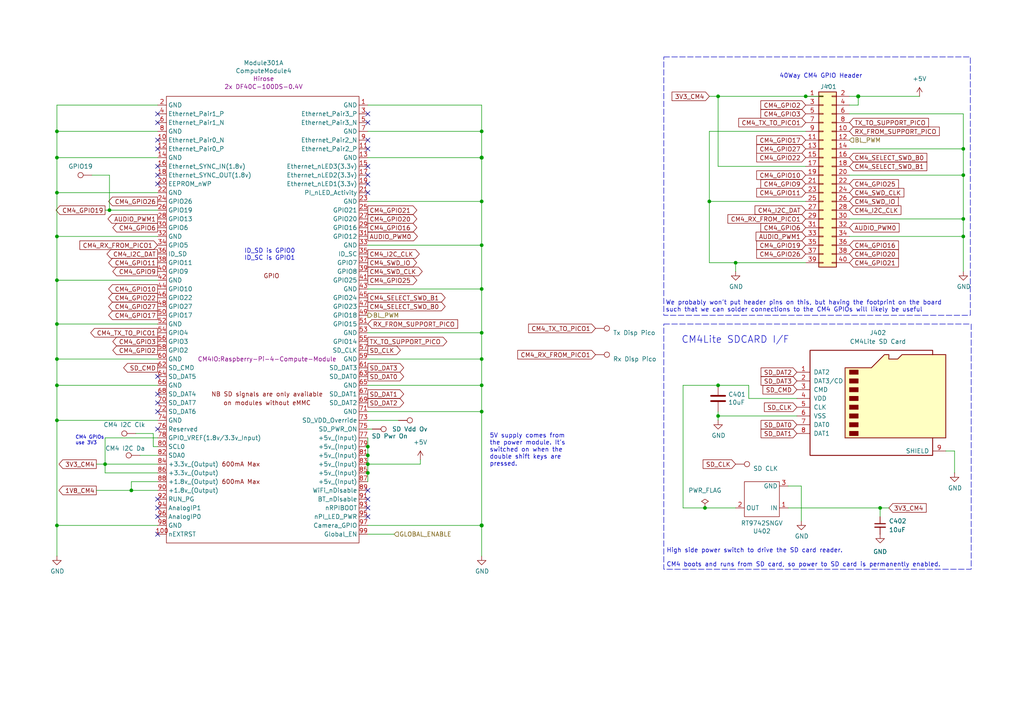
<source format=kicad_sch>
(kicad_sch (version 20231120) (generator "eeschema") (generator_version "8.0")
  (paper "A4")
  (title_block (title "Z88R - Z88 Recreated") (date "2024-08-23") (rev "20240823") (company "Fountain and Menadue"))
  (lib_symbols
    (symbol "CM4IO:ComputeModule4-CM4"
      (property "Reference" "Module" (at 113.03 -68.58 0))
      (property "Value" "ComputeModule4-CM4" (at 140.97 2.54 0))
      (property "Field4" "Hirose" (at 0 0 0))
      (property "Field5" "2x DF40C-100DS-0.4V" (at 0 -2.54 0))
      (symbol "ComputeModule4-CM4_1_0"
        (text "GPIO" (at 0 6.35 0) (effects (font (size 1.27 1.27))))
      )
      (symbol "ComputeModule4-CM4_1_1"
        (text "600mA Max" (at -8.89 -53.34 0) (effects (font (size 1.27 1.27))))
        (text "600mA Max" (at -8.89 -48.26 0) (effects (font (size 1.27 1.27))))
        (text "NB SD signals are only available" (at -1.27 -27.94 0) (effects (font (size 1.27 1.27))))
        (text "on modules without eMMC" (at -1.27 -30.48 0) (effects (font (size 1.27 1.27))))
        (pin power_in line (at 27.94 55.88 180) (length 2.54) (name "GND") (number "1"))
        (pin passive line (at -33.02 45.72 0) (length 2.54) (name "Ethernet_Pair0_N") (number "10"))
        (pin output line (at -33.02 -68.58 0) (length 2.54) (name "nEXTRST") (number "100"))
        (pin passive line (at 27.94 43.18 180) (length 2.54) (name "Ethernet_Pair2_P") (number "11"))
        (pin passive line (at -33.02 43.18 0) (length 2.54) (name "Ethernet_Pair0_P") (number "12"))
        (pin power_in line (at 27.94 40.64 180) (length 2.54) (name "GND") (number "13"))
        (pin power_in line (at -33.02 40.64 0) (length 2.54) (name "GND") (number "14"))
        (pin output line (at 27.94 38.1 180) (length 2.54) (name "Ethernet_nLED3(3.3v)") (number "15"))
        (pin input line (at -33.02 38.1 0) (length 2.54) (name "Ethernet_SYNC_IN(1.8v)") (number "16"))
        (pin output line (at 27.94 35.56 180) (length 2.54) (name "Ethernet_nLED2(3.3v)") (number "17"))
        (pin input line (at -33.02 35.56 0) (length 2.54) (name "Ethernet_SYNC_OUT(1.8v)") (number "18"))
        (pin output line (at 27.94 33.02 180) (length 2.54) (name "Ethernet_nLED1(3.3v)") (number "19"))
        (pin power_in line (at -33.02 55.88 0) (length 2.54) (name "GND") (number "2"))
        (pin passive line (at -33.02 33.02 0) (length 2.54) (name "EEPROM_nWP") (number "20"))
        (pin open_collector line (at 27.94 30.48 180) (length 2.54) (name "PI_nLED_Activity") (number "21"))
        (pin power_in line (at -33.02 30.48 0) (length 2.54) (name "GND") (number "22"))
        (pin power_in line (at 27.94 27.94 180) (length 2.54) (name "GND") (number "23"))
        (pin passive line (at -33.02 27.94 0) (length 2.54) (name "GPIO26") (number "24"))
        (pin passive line (at 27.94 25.4 180) (length 2.54) (name "GPIO21") (number "25"))
        (pin passive line (at -33.02 25.4 0) (length 2.54) (name "GPIO19") (number "26"))
        (pin passive line (at 27.94 22.86 180) (length 2.54) (name "GPIO20") (number "27"))
        (pin passive line (at -33.02 22.86 0) (length 2.54) (name "GPIO13") (number "28"))
        (pin passive line (at 27.94 20.32 180) (length 2.54) (name "GPIO16") (number "29"))
        (pin passive line (at 27.94 53.34 180) (length 2.54) (name "Ethernet_Pair3_P") (number "3"))
        (pin passive line (at -33.02 20.32 0) (length 2.54) (name "GPIO6") (number "30"))
        (pin passive line (at 27.94 17.78 180) (length 2.54) (name "GPIO12") (number "31"))
        (pin power_in line (at -33.02 17.78 0) (length 2.54) (name "GND") (number "32"))
        (pin power_in line (at 27.94 15.24 180) (length 2.54) (name "GND") (number "33"))
        (pin passive line (at -33.02 15.24 0) (length 2.54) (name "GPIO5") (number "34"))
        (pin passive line (at 27.94 12.7 180) (length 2.54) (name "ID_SC") (number "35"))
        (pin passive line (at -33.02 12.7 0) (length 2.54) (name "ID_SD") (number "36"))
        (pin passive line (at 27.94 10.16 180) (length 2.54) (name "GPIO7") (number "37"))
        (pin passive line (at -33.02 10.16 0) (length 2.54) (name "GPIO11") (number "38"))
        (pin passive line (at 27.94 7.62 180) (length 2.54) (name "GPIO8") (number "39"))
        (pin passive line (at -33.02 53.34 0) (length 2.54) (name "Ethernet_Pair1_P") (number "4"))
        (pin passive line (at -33.02 7.62 0) (length 2.54) (name "GPIO9") (number "40"))
        (pin passive line (at 27.94 5.08 180) (length 2.54) (name "GPIO25") (number "41"))
        (pin power_in line (at -33.02 5.08 0) (length 2.54) (name "GND") (number "42"))
        (pin power_in line (at 27.94 2.54 180) (length 2.54) (name "GND") (number "43"))
        (pin passive line (at -33.02 2.54 0) (length 2.54) (name "GPIO10") (number "44"))
        (pin passive line (at 27.94 0 180) (length 2.54) (name "GPIO24") (number "45"))
        (pin passive line (at -33.02 0 0) (length 2.54) (name "GPIO22") (number "46"))
        (pin passive line (at 27.94 -2.54 180) (length 2.54) (name "GPIO23") (number "47"))
        (pin passive line (at -33.02 -2.54 0) (length 2.54) (name "GPIO27") (number "48"))
        (pin passive line (at 27.94 -5.08 180) (length 2.54) (name "GPIO18") (number "49"))
        (pin passive line (at 27.94 50.8 180) (length 2.54) (name "Ethernet_Pair3_N") (number "5"))
        (pin passive line (at -33.02 -5.08 0) (length 2.54) (name "GPIO17") (number "50"))
        (pin passive line (at 27.94 -7.62 180) (length 2.54) (name "GPIO15") (number "51"))
        (pin power_in line (at -33.02 -7.62 0) (length 2.54) (name "GND") (number "52"))
        (pin power_in line (at 27.94 -10.16 180) (length 2.54) (name "GND") (number "53"))
        (pin passive line (at -33.02 -10.16 0) (length 2.54) (name "GPIO4") (number "54"))
        (pin passive line (at 27.94 -12.7 180) (length 2.54) (name "GPIO14") (number "55"))
        (pin passive line (at -33.02 -12.7 0) (length 2.54) (name "GPIO3") (number "56"))
        (pin passive line (at 27.94 -15.24 180) (length 2.54) (name "SD_CLK") (number "57"))
        (pin passive line (at -33.02 -15.24 0) (length 2.54) (name "GPIO2") (number "58"))
        (pin power_in line (at 27.94 -17.78 180) (length 2.54) (name "GND") (number "59"))
        (pin passive line (at -33.02 50.8 0) (length 2.54) (name "Ethernet_Pair1_N") (number "6"))
        (pin power_in line (at -33.02 -17.78 0) (length 2.54) (name "GND") (number "60"))
        (pin passive line (at 27.94 -20.32 180) (length 2.54) (name "SD_DAT3") (number "61"))
        (pin passive line (at -33.02 -20.32 0) (length 2.54) (name "SD_CMD") (number "62"))
        (pin passive line (at 27.94 -22.86 180) (length 2.54) (name "SD_DAT0") (number "63"))
        (pin passive line (at -33.02 -22.86 0) (length 2.54) (name "SD_DAT5") (number "64"))
        (pin power_in line (at 27.94 -25.4 180) (length 2.54) (name "GND") (number "65"))
        (pin power_in line (at -33.02 -25.4 0) (length 2.54) (name "GND") (number "66"))
        (pin passive line (at 27.94 -27.94 180) (length 2.54) (name "SD_DAT1") (number "67"))
        (pin passive line (at -33.02 -27.94 0) (length 2.54) (name "SD_DAT4") (number "68"))
        (pin passive line (at 27.94 -30.48 180) (length 2.54) (name "SD_DAT2") (number "69"))
        (pin power_in line (at 27.94 48.26 180) (length 2.54) (name "GND") (number "7"))
        (pin passive line (at -33.02 -30.48 0) (length 2.54) (name "SD_DAT7") (number "70"))
        (pin power_in line (at 27.94 -33.02 180) (length 2.54) (name "GND") (number "71"))
        (pin passive line (at -33.02 -33.02 0) (length 2.54) (name "SD_DAT6") (number "72"))
        (pin input line (at 27.94 -35.56 180) (length 2.54) (name "SD_VDD_Override") (number "73"))
        (pin power_in line (at -33.02 -35.56 0) (length 2.54) (name "GND") (number "74"))
        (pin output line (at 27.94 -38.1 180) (length 2.54) (name "SD_PWR_ON") (number "75"))
        (pin passive line (at -33.02 -38.1 0) (length 2.54) (name "Reserved") (number "76"))
        (pin power_in line (at 27.94 -40.64 180) (length 2.54) (name "+5v_(Input)") (number "77"))
        (pin power_in line (at -33.02 -40.64 0) (length 2.54) (name "GPIO_VREF(1.8v/3.3v_Input)") (number "78"))
        (pin power_in line (at 27.94 -43.18 180) (length 2.54) (name "+5v_(Input)") (number "79"))
        (pin power_in line (at -33.02 48.26 0) (length 2.54) (name "GND") (number "8"))
        (pin passive line (at -33.02 -43.18 0) (length 2.54) (name "SCL0") (number "80"))
        (pin power_in line (at 27.94 -45.72 180) (length 2.54) (name "+5v_(Input)") (number "81"))
        (pin passive line (at -33.02 -45.72 0) (length 2.54) (name "SDA0") (number "82"))
        (pin power_in line (at 27.94 -48.26 180) (length 2.54) (name "+5v_(Input)") (number "83"))
        (pin power_out line (at -33.02 -48.26 0) (length 2.54) (name "+3.3v_(Output)") (number "84"))
        (pin power_in line (at 27.94 -50.8 180) (length 2.54) (name "+5v_(Input)") (number "85"))
        (pin power_out line (at -33.02 -50.8 0) (length 2.54) (name "+3.3v_(Output)") (number "86"))
        (pin power_in line (at 27.94 -53.34 180) (length 2.54) (name "+5v_(Input)") (number "87"))
        (pin power_out line (at -33.02 -53.34 0) (length 2.54) (name "+1.8v_(Output)") (number "88"))
        (pin power_in line (at 27.94 -55.88 180) (length 2.54) (name "WiFi_nDisable") (number "89"))
        (pin passive line (at 27.94 45.72 180) (length 2.54) (name "Ethernet_Pair2_N") (number "9"))
        (pin power_out line (at -33.02 -55.88 0) (length 2.54) (name "+1.8v_(Output)") (number "90"))
        (pin power_in line (at 27.94 -58.42 180) (length 2.54) (name "BT_nDisable") (number "91"))
        (pin passive line (at -33.02 -58.42 0) (length 2.54) (name "RUN_PG") (number "92"))
        (pin input line (at 27.94 -60.96 180) (length 2.54) (name "nRPIBOOT") (number "93"))
        (pin passive line (at -33.02 -60.96 0) (length 2.54) (name "AnalogIP1") (number "94"))
        (pin output line (at 27.94 -63.5 180) (length 2.54) (name "nPI_LED_PWR") (number "95"))
        (pin passive line (at -33.02 -63.5 0) (length 2.54) (name "AnalogIP0") (number "96"))
        (pin passive line (at 27.94 -66.04 180) (length 2.54) (name "Camera_GPIO") (number "97"))
        (pin power_in line (at -33.02 -66.04 0) (length 2.54) (name "GND") (number "98"))
        (pin input line (at 27.94 -68.58 180) (length 2.54) (name "Global_EN") (number "99"))
      )
      (symbol "ComputeModule4-CM4_2_1"
        (text "High Speed Serial" (at 140.97 0 0) (effects (font (size 1.27 1.27))))
        (pin input line (at 170.18 60.96 180) (length 5.08) (name "USB_OTG_ID") (number "101"))
        (pin input line (at 109.22 60.96 0) (length 5.08) (name "PCIe_CLK_nREQ") (number "102"))
        (pin passive line (at 170.18 58.42 180) (length 5.08) (name "USB2_N") (number "103"))
        (pin passive line (at 109.22 58.42 0) (length 5.08) (name "Reserved") (number "104"))
        (pin passive line (at 170.18 55.88 180) (length 5.08) (name "USB2_P") (number "105"))
        (pin passive line (at 109.22 55.88 0) (length 5.08) (name "Reserved") (number "106"))
        (pin power_in line (at 170.18 53.34 180) (length 5.08) (name "GND") (number "107"))
        (pin power_in line (at 109.22 53.34 0) (length 5.08) (name "GND") (number "108"))
        (pin bidirectional line (at 170.18 50.8 180) (length 5.08) (name "PCIe_nRST") (number "109"))
        (pin output line (at 109.22 50.8 0) (length 5.08) (name "PCIe_CLK_P") (number "110"))
        (pin passive line (at 170.18 48.26 180) (length 5.08) (name "VDAC_COMP") (number "111"))
        (pin output line (at 109.22 48.26 0) (length 5.08) (name "PCIe_CLK_N") (number "112"))
        (pin power_in line (at 170.18 45.72 180) (length 5.08) (name "GND") (number "113"))
        (pin power_in line (at 109.22 45.72 0) (length 5.08) (name "GND") (number "114"))
        (pin input line (at 170.18 43.18 180) (length 5.08) (name "CAM1_D0_N") (number "115"))
        (pin input line (at 109.22 43.18 0) (length 5.08) (name "PCIe_RX_P") (number "116"))
        (pin input line (at 170.18 40.64 180) (length 5.08) (name "CAM1_D0_P") (number "117"))
        (pin input line (at 109.22 40.64 0) (length 5.08) (name "PCIe_RX_N") (number "118"))
        (pin power_in line (at 170.18 38.1 180) (length 5.08) (name "GND") (number "119"))
        (pin power_in line (at 109.22 38.1 0) (length 5.08) (name "GND") (number "120"))
        (pin input line (at 170.18 35.56 180) (length 5.08) (name "CAM1_D1_N") (number "121"))
        (pin output line (at 109.22 35.56 0) (length 5.08) (name "PCIe_TX_P") (number "122"))
        (pin input line (at 170.18 33.02 180) (length 5.08) (name "CAM1_D1_P") (number "123"))
        (pin output line (at 109.22 33.02 0) (length 5.08) (name "PCIe_TX_N") (number "124"))
        (pin power_in line (at 170.18 30.48 180) (length 5.08) (name "GND") (number "125"))
        (pin power_in line (at 109.22 30.48 0) (length 5.08) (name "GND") (number "126"))
        (pin input line (at 170.18 27.94 180) (length 5.08) (name "CAM1_C_N") (number "127"))
        (pin input line (at 109.22 27.94 0) (length 5.08) (name "CAM0_D0_N") (number "128"))
        (pin input line (at 170.18 25.4 180) (length 5.08) (name "CAM1_C_P") (number "129"))
        (pin input line (at 109.22 25.4 0) (length 5.08) (name "CAM0_D0_P") (number "130"))
        (pin power_in line (at 170.18 22.86 180) (length 5.08) (name "GND") (number "131"))
        (pin power_in line (at 109.22 22.86 0) (length 5.08) (name "GND") (number "132"))
        (pin input line (at 170.18 20.32 180) (length 5.08) (name "CAM1_D2_N") (number "133"))
        (pin input line (at 109.22 20.32 0) (length 5.08) (name "CAM0_D1_N") (number "134"))
        (pin input line (at 170.18 17.78 180) (length 5.08) (name "CAM1_D2_P") (number "135"))
        (pin input line (at 109.22 17.78 0) (length 5.08) (name "CAM0_D1_P") (number "136"))
        (pin power_in line (at 170.18 15.24 180) (length 5.08) (name "GND") (number "137"))
        (pin power_in line (at 109.22 15.24 0) (length 5.08) (name "GND") (number "138"))
        (pin input line (at 170.18 12.7 180) (length 5.08) (name "CAM1_D3_N") (number "139"))
        (pin input line (at 109.22 12.7 0) (length 5.08) (name "CAM0_C_N") (number "140"))
        (pin input line (at 170.18 10.16 180) (length 5.08) (name "CAM1_D3_P") (number "141"))
        (pin input line (at 109.22 10.16 0) (length 5.08) (name "CAM0_C_P") (number "142"))
        (pin input line (at 170.18 7.62 180) (length 5.08) (name "HDMI1_HOTPLUG") (number "143"))
        (pin power_in line (at 109.22 7.62 0) (length 5.08) (name "GND") (number "144"))
        (pin bidirectional line (at 170.18 5.08 180) (length 5.08) (name "HDMI1_SDA") (number "145"))
        (pin output line (at 109.22 5.08 0) (length 5.08) (name "HDMI1_TX2_P") (number "146"))
        (pin open_collector line (at 170.18 2.54 180) (length 5.08) (name "HDMI1_SCL") (number "147"))
        (pin output line (at 109.22 2.54 0) (length 5.08) (name "HDMI1_TX2_N") (number "148"))
        (pin open_collector line (at 170.18 0 180) (length 5.08) (name "HDMI1_CEC") (number "149"))
        (pin power_in line (at 109.22 0 0) (length 5.08) (name "GND") (number "150"))
        (pin open_collector line (at 170.18 -2.54 180) (length 5.08) (name "HDMI0_CEC") (number "151"))
        (pin output line (at 109.22 -2.54 0) (length 5.08) (name "HDMI1_TX1_P") (number "152"))
        (pin input line (at 170.18 -5.08 180) (length 5.08) (name "HDMI0_HOTPLUG") (number "153"))
        (pin output line (at 109.22 -5.08 0) (length 5.08) (name "HDMI1_TX1_N") (number "154"))
        (pin power_in line (at 170.18 -7.62 180) (length 5.08) (name "GND") (number "155"))
        (pin power_in line (at 109.22 -7.62 0) (length 5.08) (name "GND") (number "156"))
        (pin output line (at 170.18 -10.16 180) (length 5.08) (name "DSI0_D0_N") (number "157"))
        (pin output line (at 109.22 -10.16 0) (length 5.08) (name "HDMI1_TX0_P") (number "158"))
        (pin output line (at 170.18 -12.7 180) (length 5.08) (name "DSI0_D0_P") (number "159"))
        (pin output line (at 109.22 -12.7 0) (length 5.08) (name "HDMI1_TX0_N") (number "160"))
        (pin power_in line (at 170.18 -15.24 180) (length 5.08) (name "GND") (number "161"))
        (pin power_in line (at 109.22 -15.24 0) (length 5.08) (name "GND") (number "162"))
        (pin output line (at 170.18 -17.78 180) (length 5.08) (name "DSI0_D1_N") (number "163"))
        (pin output line (at 109.22 -17.78 0) (length 5.08) (name "HDMI1_CLK_P") (number "164"))
        (pin output line (at 170.18 -20.32 180) (length 5.08) (name "DSI0_D1_P") (number "165"))
        (pin output line (at 109.22 -20.32 0) (length 5.08) (name "HDMI1_CLK_N") (number "166"))
        (pin power_in line (at 170.18 -22.86 180) (length 5.08) (name "GND") (number "167"))
        (pin power_in line (at 109.22 -22.86 0) (length 5.08) (name "GND") (number "168"))
        (pin output line (at 170.18 -25.4 180) (length 5.08) (name "DSI0_C_N") (number "169"))
        (pin output line (at 109.22 -25.4 0) (length 5.08) (name "HDMI0_TX2_P") (number "170"))
        (pin output line (at 170.18 -27.94 180) (length 5.08) (name "DSI0_C_P") (number "171"))
        (pin output line (at 109.22 -27.94 0) (length 5.08) (name "HDMI0_TX2_N") (number "172"))
        (pin power_in line (at 170.18 -30.48 180) (length 5.08) (name "GND") (number "173"))
        (pin power_in line (at 109.22 -30.48 0) (length 5.08) (name "GND") (number "174"))
        (pin output line (at 170.18 -33.02 180) (length 5.08) (name "DSI1_D0_N") (number "175"))
        (pin output line (at 109.22 -33.02 0) (length 5.08) (name "HDMI0_TX1_P") (number "176"))
        (pin output line (at 170.18 -35.56 180) (length 5.08) (name "DSI1_D0_P") (number "177"))
        (pin output line (at 109.22 -35.56 0) (length 5.08) (name "HDMI0_TX1_N") (number "178"))
        (pin power_in line (at 170.18 -38.1 180) (length 5.08) (name "GND") (number "179"))
        (pin power_in line (at 109.22 -38.1 0) (length 5.08) (name "GND") (number "180"))
        (pin output line (at 170.18 -40.64 180) (length 5.08) (name "DSI1_D1_N") (number "181"))
        (pin output line (at 109.22 -40.64 0) (length 5.08) (name "HDMI0_TX0_P") (number "182"))
        (pin output line (at 170.18 -43.18 180) (length 5.08) (name "DSI1_D1_P") (number "183"))
        (pin output line (at 109.22 -43.18 0) (length 5.08) (name "HDMI0_TX0_N") (number "184"))
        (pin power_in line (at 170.18 -45.72 180) (length 5.08) (name "GND") (number "185"))
        (pin power_in line (at 109.22 -45.72 0) (length 5.08) (name "GND") (number "186"))
        (pin output line (at 170.18 -48.26 180) (length 5.08) (name "DSI1_C_N") (number "187"))
        (pin output line (at 109.22 -48.26 0) (length 5.08) (name "HDMI0_CLK_P") (number "188"))
        (pin output line (at 170.18 -50.8 180) (length 5.08) (name "DSI1_C_P") (number "189"))
        (pin output line (at 109.22 -50.8 0) (length 5.08) (name "HDMI0_CLK_N") (number "190"))
        (pin power_in line (at 170.18 -53.34 180) (length 5.08) (name "GND") (number "191"))
        (pin power_in line (at 109.22 -53.34 0) (length 5.08) (name "GND") (number "192"))
        (pin output line (at 170.18 -55.88 180) (length 5.08) (name "DSI1_D2_N") (number "193"))
        (pin output line (at 109.22 -55.88 0) (length 5.08) (name "DSI1_D3_N") (number "194"))
        (pin output line (at 170.18 -58.42 180) (length 5.08) (name "DSI1_D2_P") (number "195"))
        (pin output line (at 109.22 -58.42 0) (length 5.08) (name "DSI1_D3_P") (number "196"))
        (pin power_in line (at 170.18 -60.96 180) (length 5.08) (name "GND") (number "197"))
        (pin power_in line (at 109.22 -60.96 0) (length 5.08) (name "GND") (number "198"))
        (pin bidirectional line (at 170.18 -63.5 180) (length 5.08) (name "HDMI0_SDA") (number "199"))
        (pin open_collector line (at 109.22 -63.5 0) (length 5.08) (name "HDMI0_SCL") (number "200"))
      )
    )
    (symbol "CM4IO:RT9742SNGV"
      (property "Reference" "U" (at -2.54 7.62 0))
      (property "Value" "RT9742SNGV" (at 3.81 -5.08 0))
      (symbol "RT9742SNGV_1_1"
        (pin power_in line (at -5.08 3.81 0) (length 2.54) (name "IN") (number "1"))
        (pin power_in line (at 10.16 3.81 180) (length 2.54) (name "OUT") (number "2"))
        (pin power_in line (at -5.08 -2.54 0) (length 2.54) (name "GND") (number "3"))
      )
    )
    (symbol "Connector:Micro_SD_Card" (pin_names (offset 1.016))
      (property "Reference" "J" (at -16.51 15.24 0))
      (property "Value" "Micro_SD_Card" (at 16.51 15.24 0))
      (symbol "Micro_SD_Card_1_1"
        (pin bidirectional line (at -22.86 7.62 0) (length 3.81) (name "DAT2") (number "1"))
        (pin bidirectional line (at -22.86 5.08 0) (length 3.81) (name "DAT3/CD") (number "2"))
        (pin input line (at -22.86 2.54 0) (length 3.81) (name "CMD") (number "3"))
        (pin power_in line (at -22.86 0 0) (length 3.81) (name "VDD") (number "4"))
        (pin input line (at -22.86 -2.54 0) (length 3.81) (name "CLK") (number "5"))
        (pin power_in line (at -22.86 -5.08 0) (length 3.81) (name "VSS") (number "6"))
        (pin bidirectional line (at -22.86 -7.62 0) (length 3.81) (name "DAT0") (number "7"))
        (pin bidirectional line (at -22.86 -10.16 0) (length 3.81) (name "DAT1") (number "8"))
        (pin passive line (at 20.32 -15.24 180) (length 3.81) (name "SHIELD") (number "9"))
      )
    )
    (symbol "Connector:TestPoint" (pin_numbers hide) (pin_names (offset 0.762) hide)
      (property "Reference" "TP" (at 0 6.858 0))
      (property "Value" "TestPoint" (at 0 5.08 0))
      (symbol "TestPoint_1_1"
        (pin passive line (at 0 0 90) (length 2.54) (name "1") (number "1"))
      )
    )
    (symbol "Connector_Generic:Conn_02x20_Odd_Even" (pin_names (offset 1.016) hide)
      (property "Reference" "J" (at 1.27 25.4 0))
      (property "Value" "Conn_02x20_Odd_Even" (at 1.27 -27.94 0))
      (symbol "Conn_02x20_Odd_Even_1_1"
        (pin passive line (at -5.08 22.86 0) (length 3.81) (name "Pin_1") (number "1"))
        (pin passive line (at 7.62 12.7 180) (length 3.81) (name "Pin_10") (number "10"))
        (pin passive line (at -5.08 10.16 0) (length 3.81) (name "Pin_11") (number "11"))
        (pin passive line (at 7.62 10.16 180) (length 3.81) (name "Pin_12") (number "12"))
        (pin passive line (at -5.08 7.62 0) (length 3.81) (name "Pin_13") (number "13"))
        (pin passive line (at 7.62 7.62 180) (length 3.81) (name "Pin_14") (number "14"))
        (pin passive line (at -5.08 5.08 0) (length 3.81) (name "Pin_15") (number "15"))
        (pin passive line (at 7.62 5.08 180) (length 3.81) (name "Pin_16") (number "16"))
        (pin passive line (at -5.08 2.54 0) (length 3.81) (name "Pin_17") (number "17"))
        (pin passive line (at 7.62 2.54 180) (length 3.81) (name "Pin_18") (number "18"))
        (pin passive line (at -5.08 0 0) (length 3.81) (name "Pin_19") (number "19"))
        (pin passive line (at 7.62 22.86 180) (length 3.81) (name "Pin_2") (number "2"))
        (pin passive line (at 7.62 0 180) (length 3.81) (name "Pin_20") (number "20"))
        (pin passive line (at -5.08 -2.54 0) (length 3.81) (name "Pin_21") (number "21"))
        (pin passive line (at 7.62 -2.54 180) (length 3.81) (name "Pin_22") (number "22"))
        (pin passive line (at -5.08 -5.08 0) (length 3.81) (name "Pin_23") (number "23"))
        (pin passive line (at 7.62 -5.08 180) (length 3.81) (name "Pin_24") (number "24"))
        (pin passive line (at -5.08 -7.62 0) (length 3.81) (name "Pin_25") (number "25"))
        (pin passive line (at 7.62 -7.62 180) (length 3.81) (name "Pin_26") (number "26"))
        (pin passive line (at -5.08 -10.16 0) (length 3.81) (name "Pin_27") (number "27"))
        (pin passive line (at 7.62 -10.16 180) (length 3.81) (name "Pin_28") (number "28"))
        (pin passive line (at -5.08 -12.7 0) (length 3.81) (name "Pin_29") (number "29"))
        (pin passive line (at -5.08 20.32 0) (length 3.81) (name "Pin_3") (number "3"))
        (pin passive line (at 7.62 -12.7 180) (length 3.81) (name "Pin_30") (number "30"))
        (pin passive line (at -5.08 -15.24 0) (length 3.81) (name "Pin_31") (number "31"))
        (pin passive line (at 7.62 -15.24 180) (length 3.81) (name "Pin_32") (number "32"))
        (pin passive line (at -5.08 -17.78 0) (length 3.81) (name "Pin_33") (number "33"))
        (pin passive line (at 7.62 -17.78 180) (length 3.81) (name "Pin_34") (number "34"))
        (pin passive line (at -5.08 -20.32 0) (length 3.81) (name "Pin_35") (number "35"))
        (pin passive line (at 7.62 -20.32 180) (length 3.81) (name "Pin_36") (number "36"))
        (pin passive line (at -5.08 -22.86 0) (length 3.81) (name "Pin_37") (number "37"))
        (pin passive line (at 7.62 -22.86 180) (length 3.81) (name "Pin_38") (number "38"))
        (pin passive line (at -5.08 -25.4 0) (length 3.81) (name "Pin_39") (number "39"))
        (pin passive line (at 7.62 20.32 180) (length 3.81) (name "Pin_4") (number "4"))
        (pin passive line (at 7.62 -25.4 180) (length 3.81) (name "Pin_40") (number "40"))
        (pin passive line (at -5.08 17.78 0) (length 3.81) (name "Pin_5") (number "5"))
        (pin passive line (at 7.62 17.78 180) (length 3.81) (name "Pin_6") (number "6"))
        (pin passive line (at -5.08 15.24 0) (length 3.81) (name "Pin_7") (number "7"))
        (pin passive line (at 7.62 15.24 180) (length 3.81) (name "Pin_8") (number "8"))
        (pin passive line (at -5.08 12.7 0) (length 3.81) (name "Pin_9") (number "9"))
      )
    )
    (symbol "Device:C" (pin_numbers hide) (pin_names (offset 0.254))
      (property "Reference" "C" (at 0.635 2.54 0))
      (property "Value" "C" (at 0.635 -2.54 0))
      (symbol "C_1_1"
        (pin passive line (at 0 3.81 270) (length 2.794) (name "~") (number "1"))
        (pin passive line (at 0 -3.81 90) (length 2.794) (name "~") (number "2"))
      )
    )
    (symbol "Device:C_Small" (pin_numbers hide) (pin_names (offset 0.254) hide)
      (property "Reference" "C" (at 0.254 1.778 0))
      (property "Value" "C_Small" (at 0.254 -2.032 0))
      (symbol "C_Small_1_1"
        (pin passive line (at 0 2.54 270) (length 2.032) (name "~") (number "1"))
        (pin passive line (at 0 -2.54 90) (length 2.032) (name "~") (number "2"))
      )
    )
    (symbol "power:+5V" (power) (pin_numbers hide) (pin_names (offset 0) hide)
      (property "Value" "+5V" (at 0 3.556 0))
      (symbol "+5V_1_1"
        (pin power_in line (at 0 0 90) (length 0) (name "~") (number "1"))
      )
    )
    (symbol "power:GND" (power) (pin_numbers hide) (pin_names (offset 0) hide)
      (property "Value" "GND" (at 0 -3.81 0))
      (symbol "GND_1_1"
        (pin power_in line (at 0 0 270) (length 0) (name "~") (number "1"))
      )
    )
    (symbol "power:PWR_FLAG" (power) (pin_numbers hide) (pin_names (offset 0) hide)
      (property "Value" "PWR_FLAG" (at 0 3.81 0))
      (symbol "PWR_FLAG_0_0"
        (pin power_out line (at 0 0 90) (length 0) (name "~") (number "1"))
      )
    )
  )
  (junction (at 139.7 45.72) (diameter 1.016))
  (junction (at 16.51 104.14))
  (junction (at 16.51 55.88))
  (junction (at 279.4 63.5))
  (junction (at 205.74 58.42))
  (junction (at 16.51 111.76))
  (junction (at 31.75 60.96))
  (junction (at 139.7 111.76))
  (junction (at 204.47 147.32))
  (junction (at 16.51 68.58))
  (junction (at 106.68 137.16))
  (junction (at 16.51 45.72))
  (junction (at 106.68 132.08))
  (junction (at 213.36 76.2))
  (junction (at 16.51 93.98))
  (junction (at 208.28 111.76))
  (junction (at 30.48 134.62))
  (junction (at 139.7 119.38))
  (junction (at 208.28 27.94))
  (junction (at 139.7 96.52))
  (junction (at 16.51 152.4))
  (junction (at 208.28 120.65))
  (junction (at 248.92 27.94) (diameter 1.016))
  (junction (at 38.1 142.24))
  (junction (at 139.7 58.42))
  (junction (at 106.68 134.62))
  (junction (at 279.4 43.18))
  (junction (at 233.68 27.94))
  (junction (at 139.7 38.1))
  (junction (at 139.7 71.12))
  (junction (at 16.51 121.92))
  (junction (at 255.27 147.32))
  (junction (at 106.68 129.54))
  (junction (at 139.7 152.4) (diameter 1.016))
  (junction (at 16.51 38.1))
  (junction (at 139.7 83.82))
  (junction (at 139.7 104.14))
  (junction (at 16.51 81.28))
  (junction (at 279.4 50.8))
  (junction (at 279.4 68.58))
  (no_connect (at 106.68 53.34))
  (no_connect (at 45.72 48.26))
  (no_connect (at 106.68 48.26))
  (no_connect (at 106.68 35.56))
  (no_connect (at 45.72 154.94))
  (no_connect (at 45.72 119.38))
  (no_connect (at 106.68 40.64))
  (no_connect (at 45.72 33.02))
  (no_connect (at 45.72 147.32))
  (no_connect (at 106.68 144.78))
  (no_connect (at 106.68 43.18))
  (no_connect (at 106.68 50.8))
  (no_connect (at 45.72 124.46))
  (no_connect (at 45.72 149.86))
  (no_connect (at 45.72 109.22))
  (no_connect (at 106.68 142.24))
  (no_connect (at 45.72 114.3))
  (no_connect (at 45.72 116.84))
  (no_connect (at 106.68 147.32))
  (no_connect (at 45.72 50.8))
  (no_connect (at 45.72 40.64))
  (no_connect (at 45.72 53.34))
  (no_connect (at 45.72 43.18))
  (no_connect (at 106.68 149.86))
  (no_connect (at 106.68 33.02))
  (no_connect (at 45.72 144.78))
  (no_connect (at 106.68 55.88))
  (no_connect (at 45.72 35.56))
  (wire (pts (xy 16.51 30.48) (xy 16.51 38.1)))
  (wire (pts (xy 106.68 137.16) (xy 106.68 139.7)))
  (wire (pts (xy 198.12 147.32) (xy 204.47 147.32)))
  (wire (pts (xy 30.48 137.16) (xy 30.48 134.62)))
  (wire (pts (xy 16.51 38.1) (xy 16.51 45.72)))
  (wire (pts (xy 208.28 111.76) (xy 217.17 111.76)))
  (wire (pts (xy 279.4 43.18) (xy 279.4 50.8)))
  (wire (pts (xy 205.74 76.2) (xy 213.36 76.2)))
  (wire (pts (xy 45.72 139.7) (xy 38.1 139.7)))
  (wire (pts (xy 213.36 76.2) (xy 233.68 76.2)))
  (wire (pts (xy 16.51 81.28) (xy 16.51 93.98)))
  (wire (pts (xy 121.92 134.62) (xy 121.92 133.35)))
  (wire (pts (xy 204.47 147.32) (xy 213.36 147.32)))
  (wire (pts (xy 205.74 58.42) (xy 233.68 58.42)))
  (wire (pts (xy 106.68 134.62) (xy 106.68 137.16)))
  (wire (pts (xy 208.28 27.94) (xy 233.68 27.94)))
  (wire (pts (xy 228.6 140.97) (xy 232.41 140.97)))
  (wire (pts (xy 16.51 38.1) (xy 45.72 38.1)))
  (wire (pts (xy 31.75 50.8) (xy 31.75 60.96)))
  (wire (pts (xy 106.68 154.94) (xy 114.3 154.94)))
  (wire (pts (xy 16.51 55.88) (xy 45.72 55.88)))
  (wire (pts (xy 38.1 142.24) (xy 45.72 142.24)))
  (wire (pts (xy 208.28 119.38) (xy 208.28 120.65)))
  (wire (pts (xy 106.68 129.54) (xy 106.68 132.08)))
  (wire (pts (xy 27.94 134.62) (xy 30.48 134.62)))
  (wire (pts (xy 139.7 152.4) (xy 139.7 161.29)))
  (wire (pts (xy 208.28 120.65) (xy 231.14 120.65)))
  (wire (pts (xy 139.7 71.12) (xy 139.7 83.82)))
  (wire (pts (xy 16.51 152.4) (xy 16.51 161.29)))
  (wire (pts (xy 231.14 115.57) (xy 217.17 115.57)))
  (wire (pts (xy 16.51 55.88) (xy 16.51 68.58)))
  (wire (pts (xy 246.38 63.5) (xy 279.4 63.5)))
  (wire (pts (xy 16.51 111.76) (xy 16.51 121.92)))
  (wire (pts (xy 246.38 43.18) (xy 279.4 43.18)))
  (wire (pts (xy 26.67 50.8) (xy 31.75 50.8)))
  (wire (pts (xy 106.68 127) (xy 106.68 129.54)))
  (wire (pts (xy 106.68 134.62) (xy 121.92 134.62)))
  (wire (pts (xy 30.48 127) (xy 30.48 134.62)))
  (wire (pts (xy 228.6 147.32) (xy 255.27 147.32)))
  (wire (pts (xy 139.7 45.72) (xy 139.7 38.1)))
  (wire (pts (xy 233.68 38.1) (xy 205.74 38.1)))
  (wire (pts (xy 107.95 124.46) (xy 106.68 124.46)))
  (wire (pts (xy 106.68 58.42) (xy 139.7 58.42)))
  (wire (pts (xy 106.68 45.72) (xy 139.7 45.72)))
  (wire (pts (xy 45.72 127) (xy 30.48 127)))
  (wire (pts (xy 205.74 27.94) (xy 208.28 27.94)))
  (wire (pts (xy 139.7 45.72) (xy 139.7 58.42)))
  (wire (pts (xy 106.68 152.4) (xy 139.7 152.4)))
  (wire (pts (xy 16.51 81.28) (xy 45.72 81.28)))
  (wire (pts (xy 139.7 83.82) (xy 139.7 96.52)))
  (wire (pts (xy 106.68 111.76) (xy 139.7 111.76)))
  (wire (pts (xy 16.51 30.48) (xy 45.72 30.48)))
  (wire (pts (xy 255.27 149.86) (xy 255.27 147.32)))
  (wire (pts (xy 106.68 121.92) (xy 115.57 121.92)))
  (wire (pts (xy 208.28 27.94) (xy 208.28 48.26)))
  (wire (pts (xy 248.92 30.48) (xy 248.92 27.94)))
  (wire (pts (xy 39.37 125.73) (xy 44.45 125.73)))
  (wire (pts (xy 205.74 58.42) (xy 205.74 76.2)))
  (wire (pts (xy 106.68 104.14) (xy 139.7 104.14)))
  (wire (pts (xy 16.51 121.92) (xy 45.72 121.92)))
  (wire (pts (xy 205.74 38.1) (xy 205.74 58.42)))
  (wire (pts (xy 38.1 139.7) (xy 38.1 142.24)))
  (wire (pts (xy 139.7 119.38) (xy 139.7 152.4)))
  (wire (pts (xy 213.36 76.2) (xy 213.36 78.74)))
  (wire (pts (xy 16.51 111.76) (xy 45.72 111.76)))
  (wire (pts (xy 238.76 27.94) (xy 233.68 27.94)))
  (wire (pts (xy 208.28 48.26) (xy 233.68 48.26)))
  (wire (pts (xy 255.27 147.32) (xy 257.81 147.32)))
  (wire (pts (xy 106.68 119.38) (xy 139.7 119.38)))
  (wire (pts (xy 246.38 30.48) (xy 248.92 30.48)))
  (wire (pts (xy 16.51 45.72) (xy 16.51 55.88)))
  (wire (pts (xy 30.48 134.62) (xy 45.72 134.62)))
  (wire (pts (xy 246.38 50.8) (xy 279.4 50.8)))
  (wire (pts (xy 279.4 68.58) (xy 279.4 63.5)))
  (wire (pts (xy 106.68 30.48) (xy 139.7 30.48)))
  (wire (pts (xy 198.12 111.76) (xy 208.28 111.76)))
  (wire (pts (xy 208.28 120.65) (xy 208.28 121.92)))
  (wire (pts (xy 106.68 96.52) (xy 139.7 96.52)))
  (wire (pts (xy 16.51 68.58) (xy 45.72 68.58)))
  (wire (pts (xy 232.41 140.97) (xy 232.41 151.13)))
  (wire (pts (xy 16.51 104.14) (xy 16.51 111.76)))
  (wire (pts (xy 106.68 71.12) (xy 139.7 71.12)))
  (wire (pts (xy 31.75 60.96) (xy 45.72 60.96)))
  (wire (pts (xy 16.51 93.98) (xy 45.72 93.98)))
  (wire (pts (xy 30.48 60.96) (xy 31.75 60.96)))
  (wire (pts (xy 139.7 104.14) (xy 139.7 111.76)))
  (wire (pts (xy 279.4 33.02) (xy 279.4 43.18)))
  (wire (pts (xy 139.7 96.52) (xy 139.7 104.14)))
  (wire (pts (xy 139.7 58.42) (xy 139.7 71.12)))
  (wire (pts (xy 274.32 130.81) (xy 276.86 130.81)))
  (wire (pts (xy 139.7 30.48) (xy 139.7 38.1)))
  (wire (pts (xy 16.51 121.92) (xy 16.51 152.4)))
  (wire (pts (xy 246.38 27.94) (xy 248.92 27.94)))
  (wire (pts (xy 44.45 129.54) (xy 45.72 129.54)))
  (wire (pts (xy 106.68 83.82) (xy 139.7 83.82)))
  (wire (pts (xy 217.17 115.57) (xy 217.17 111.76)))
  (wire (pts (xy 106.68 38.1) (xy 139.7 38.1)))
  (wire (pts (xy 246.38 33.02) (xy 279.4 33.02)))
  (wire (pts (xy 16.51 93.98) (xy 16.51 104.14)))
  (wire (pts (xy 38.1 142.24) (xy 27.94 142.24)))
  (wire (pts (xy 16.51 68.58) (xy 16.51 81.28)))
  (wire (pts (xy 16.51 104.14) (xy 45.72 104.14)))
  (wire (pts (xy 45.72 137.16) (xy 30.48 137.16)))
  (wire (pts (xy 246.38 68.58) (xy 279.4 68.58)))
  (wire (pts (xy 279.4 63.5) (xy 279.4 50.8)))
  (wire (pts (xy 198.12 147.32) (xy 198.12 111.76)))
  (wire (pts (xy 139.7 111.76) (xy 139.7 119.38)))
  (wire (pts (xy 16.51 45.72) (xy 45.72 45.72)))
  (wire (pts (xy 279.4 68.58) (xy 279.4 78.74)))
  (wire (pts (xy 40.64 132.08) (xy 45.72 132.08)))
  (wire (pts (xy 16.51 152.4) (xy 45.72 152.4)))
  (wire (pts (xy 44.45 125.73) (xy 44.45 129.54)))
  (wire (pts (xy 248.92 27.94) (xy 266.7 27.94)))
  (wire (pts (xy 276.86 130.81) (xy 276.86 137.16)))
  (wire (pts (xy 106.68 132.08) (xy 106.68 134.62)))
  (rectangle (start 192.532 93.98) (end 281.686 165.1) (stroke (width 0) (type dash)))
  (rectangle (start 192.532 16.51) (end 281.432 91.44) (stroke (width 0) (type dash)))
  (text "CM4 GPIOs\nuse 3V3" (at 21.844 127.762 0) (effects (font (size 1 1)) (justify left)))
  (text "High side power switch to drive the SD card reader.\n\nCM4 boots and runs from SD card, so power to SD card is permanently enabled.\n" (at 193.294 161.798 0) (effects (font (size 1.27 1.27)) (justify left)))
  (text "CM4Lite SDCARD I/F" (at 197.612 99.822 0) (effects (font (size 2.007 2.007)) (justify left bottom)))
  (text "ID_SD is GPIO0\nID_SC is GPIO1" (at 70.866 73.914 0) (effects (font (size 1.27 1.27)) (justify left)))
  (text "5V supply comes from\nthe power module. It's\nswitched on when the\ndouble shift keys are\npressed." (at 141.986 130.556 0) (effects (font (size 1.27 1.27)) (justify left)))
  (text "40Way CM4 GPIO Header" (at 226.06 22.86 0) (effects (font (size 1.27 1.27)) (justify left bottom)))
  (text "We probably won't put header pins on this, but having the footprint on the board\nsuch that we can solder connections to the CM4 GPIOs will likely be useful" (at 193.04 88.9 0) (effects (font (size 1.27 1.27)) (justify left)))
  (global_label "CM4_SELECT_SWD_B0" (shape input) (at 246.38 45.72 0) (property "Intersheetrefs" "${INTERSHEET_REFS}" (effects (hide yes))))
  (global_label "CM4_GPIO19" (shape input) (at 233.68 71.12 180) (property "Intersheetrefs" "${INTERSHEET_REFS}" (effects (hide yes))))
  (global_label "CM4_SELECT_SWD_B1" (shape input) (at 246.38 48.26 0) (property "Intersheetrefs" "${INTERSHEET_REFS}" (effects (hide yes))))
  (global_label "SD_CMD" (shape output) (at 45.72 106.68 180) (property "Intersheetrefs" "${INTERSHEET_REFS}" (effects (hide yes))))
  (global_label "SD_DAT3" (shape input) (at 231.14 110.49 180) (property "Intersheetrefs" "${INTERSHEET_REFS}" (effects (hide yes))))
  (global_label "CM4_GPIO3" (shape input) (at 233.68 33.02 180) (property "Intersheetrefs" "${INTERSHEET_REFS}" (effects (hide yes))))
  (global_label "CM4_TX_TO_PICO1" (shape output) (at 45.72 96.52 180) (property "Intersheetrefs" "${INTERSHEET_REFS}" (effects (hide yes))))
  (global_label "AUDIO_PWM0" (shape output) (at 106.68 68.58 0) (property "Intersheetrefs" "${INTERSHEET_REFS}" (effects (hide yes))))
  (global_label "CM4_SWD_IO" (shape output) (at 106.68 76.2 0) (property "Intersheetrefs" "${INTERSHEET_REFS}" (effects (hide yes))))
  (global_label "RX_FROM_SUPPORT_PICO" (shape input) (at 106.68 93.98 0) (property "Intersheetrefs" "${INTERSHEET_REFS}" (effects (hide yes))))
  (global_label "SD_DAT0" (shape input) (at 231.14 123.19 180) (property "Intersheetrefs" "${INTERSHEET_REFS}" (effects (hide yes))))
  (global_label "CM4_GPIO16" (shape input) (at 246.38 71.12 0) (property "Intersheetrefs" "${INTERSHEET_REFS}" (effects (hide yes))))
  (global_label "3V3_CM4" (shape input) (at 257.81 147.32 0) (property "Intersheetrefs" "${INTERSHEET_REFS}" (effects (hide yes))))
  (global_label "CM4_RX_FROM_PICO1" (shape input) (at 233.68 63.5 180) (property "Intersheetrefs" "${INTERSHEET_REFS}" (effects (hide yes))))
  (global_label "CM4_GPIO26" (shape input) (at 233.68 73.66 180) (property "Intersheetrefs" "${INTERSHEET_REFS}" (effects (hide yes))))
  (global_label "SD_DAT2" (shape input) (at 231.14 107.95 180) (property "Intersheetrefs" "${INTERSHEET_REFS}" (effects (hide yes))))
  (global_label "CM4_GPIO17" (shape input) (at 233.68 40.64 180) (property "Intersheetrefs" "${INTERSHEET_REFS}" (effects (hide yes))))
  (global_label "CM4_GPIO9" (shape input) (at 233.68 53.34 180) (property "Intersheetrefs" "${INTERSHEET_REFS}" (effects (hide yes))))
  (global_label "SD_DAT1" (shape input) (at 231.14 125.73 180) (property "Intersheetrefs" "${INTERSHEET_REFS}" (effects (hide yes))))
  (global_label "CM4_SWD_CLK" (shape output) (at 106.68 78.74 0) (property "Intersheetrefs" "${INTERSHEET_REFS}" (effects (hide yes))))
  (global_label "RX_FROM_SUPPORT_PICO" (shape input) (at 246.38 38.1 0) (property "Intersheetrefs" "${INTERSHEET_REFS}" (effects (hide yes))))
  (global_label "CM4_GPIO2" (shape output) (at 45.72 101.6 180) (property "Intersheetrefs" "${INTERSHEET_REFS}" (effects (hide yes))))
  (global_label "SD_CLK" (shape input) (at 213.36 134.62 180) (property "Intersheetrefs" "${INTERSHEET_REFS}" (effects (hide yes))))
  (global_label "AUDIO_PWM0" (shape input) (at 246.38 66.04 0) (property "Intersheetrefs" "${INTERSHEET_REFS}" (effects (hide yes))))
  (global_label "SD_DAT1" (shape output) (at 106.68 114.3 0) (property "Intersheetrefs" "${INTERSHEET_REFS}" (effects (hide yes))))
  (global_label "CM4_GPIO21" (shape output) (at 106.68 60.96 0) (property "Intersheetrefs" "${INTERSHEET_REFS}" (effects (hide yes))))
  (global_label "CM4_GPIO20" (shape input) (at 246.38 73.66 0) (property "Intersheetrefs" "${INTERSHEET_REFS}" (effects (hide yes))))
  (global_label "CM4_TX_TO_PICO1" (shape input) (at 172.72 95.25 180) (property "Intersheetrefs" "${INTERSHEET_REFS}" (effects (hide yes))))
  (global_label "CM4_GPIO3" (shape output) (at 45.72 99.06 180) (property "Intersheetrefs" "${INTERSHEET_REFS}" (effects (hide yes))))
  (global_label "CM4_RX_FROM_PICO1" (shape input) (at 172.72 102.87 180) (property "Intersheetrefs" "${INTERSHEET_REFS}" (effects (hide yes))))
  (global_label "CM4_GPIO26" (shape output) (at 45.72 58.42 180) (property "Intersheetrefs" "${INTERSHEET_REFS}" (effects (hide yes))))
  (global_label "SD_DAT3" (shape output) (at 106.68 106.68 0) (property "Intersheetrefs" "${INTERSHEET_REFS}" (effects (hide yes))))
  (global_label "CM4_GPIO6" (shape output) (at 45.72 66.04 180) (property "Intersheetrefs" "${INTERSHEET_REFS}" (effects (hide yes))))
  (global_label "CM4_GPIO25" (shape input) (at 246.38 53.34 0) (property "Intersheetrefs" "${INTERSHEET_REFS}" (effects (hide yes))))
  (global_label "CM4_GPIO22" (shape output) (at 45.72 86.36 180) (property "Intersheetrefs" "${INTERSHEET_REFS}" (effects (hide yes))))
  (global_label "CM4_GPIO20" (shape output) (at 106.68 63.5 0) (property "Intersheetrefs" "${INTERSHEET_REFS}" (effects (hide yes))))
  (global_label "TX_TO_SUPPORT_PICO" (shape input) (at 246.38 35.56 0) (property "Intersheetrefs" "${INTERSHEET_REFS}" (effects (hide yes))))
  (global_label "CM4_GPIO6" (shape input) (at 233.68 66.04 180) (property "Intersheetrefs" "${INTERSHEET_REFS}" (effects (hide yes))))
  (global_label "CM4_GPIO27" (shape output) (at 45.72 88.9 180) (property "Intersheetrefs" "${INTERSHEET_REFS}" (effects (hide yes))))
  (global_label "CM4_GPIO27" (shape input) (at 233.68 43.18 180) (property "Intersheetrefs" "${INTERSHEET_REFS}" (effects (hide yes))))
  (global_label "SD_CLK" (shape output) (at 106.68 101.6 0) (property "Intersheetrefs" "${INTERSHEET_REFS}" (effects (hide yes))))
  (global_label "CM4_SWD_IO" (shape input) (at 246.38 58.42 0) (property "Intersheetrefs" "${INTERSHEET_REFS}" (effects (hide yes))))
  (global_label "CM4_GPIO25" (shape output) (at 106.68 81.28 0) (property "Intersheetrefs" "${INTERSHEET_REFS}" (effects (hide yes))))
  (global_label "SD_DAT2" (shape output) (at 106.68 116.84 0) (property "Intersheetrefs" "${INTERSHEET_REFS}" (effects (hide yes))))
  (global_label "CM4_GPIO21" (shape input) (at 246.38 76.2 0) (property "Intersheetrefs" "${INTERSHEET_REFS}" (effects (hide yes))))
  (global_label "CM4_GPIO9" (shape output) (at 45.72 78.74 180) (property "Intersheetrefs" "${INTERSHEET_REFS}" (effects (hide yes))))
  (global_label "TX_TO_SUPPORT_PICO" (shape output) (at 106.68 99.06 0) (property "Intersheetrefs" "${INTERSHEET_REFS}" (effects (hide yes))))
  (global_label "CM4_GPIO11" (shape output) (at 45.72 76.2 180) (property "Intersheetrefs" "${INTERSHEET_REFS}" (effects (hide yes))))
  (global_label "SD_CMD" (shape input) (at 231.14 113.03 180) (property "Intersheetrefs" "${INTERSHEET_REFS}" (effects (hide yes))))
  (global_label "CM4_SELECT_SWD_B0" (shape output) (at 106.68 88.9 0) (property "Intersheetrefs" "${INTERSHEET_REFS}" (effects (hide yes))))
  (global_label "SD_CLK" (shape input) (at 231.14 118.11 180) (property "Intersheetrefs" "${INTERSHEET_REFS}" (effects (hide yes))))
  (global_label "3V3_CM4" (shape input) (at 205.74 27.94 180) (property "Intersheetrefs" "${INTERSHEET_REFS}" (effects (hide yes))))
  (global_label "AUDIO_PWM1" (shape input) (at 233.68 68.58 180) (property "Intersheetrefs" "${INTERSHEET_REFS}" (effects (hide yes))))
  (global_label "AUDIO_PWM1" (shape output) (at 45.72 63.5 180) (property "Intersheetrefs" "${INTERSHEET_REFS}" (effects (hide yes))))
  (global_label "CM4_TX_TO_PICO1" (shape input) (at 233.68 35.56 180) (property "Intersheetrefs" "${INTERSHEET_REFS}" (effects (hide yes))))
  (global_label "CM4_GPIO10" (shape input) (at 233.68 50.8 180) (property "Intersheetrefs" "${INTERSHEET_REFS}" (effects (hide yes))))
  (global_label "CM4_GPIO22" (shape input) (at 233.68 45.72 180) (property "Intersheetrefs" "${INTERSHEET_REFS}" (effects (hide yes))))
  (global_label "CM4_GPIO17" (shape output) (at 45.72 91.44 180) (property "Intersheetrefs" "${INTERSHEET_REFS}" (effects (hide yes))))
  (global_label "CM4_RX_FROM_PICO1" (shape input) (at 45.72 71.12 180) (property "Intersheetrefs" "${INTERSHEET_REFS}" (effects (hide yes))))
  (global_label "CM4_GPIO16" (shape output) (at 106.68 66.04 0) (property "Intersheetrefs" "${INTERSHEET_REFS}" (effects (hide yes))))
  (global_label "CM4_GPIO11" (shape input) (at 233.68 55.88 180) (property "Intersheetrefs" "${INTERSHEET_REFS}" (effects (hide yes))))
  (global_label "CM4_I2C_CLK" (shape input) (at 246.38 60.96 0) (property "Intersheetrefs" "${INTERSHEET_REFS}" (effects (hide yes))))
  (global_label "CM4_GPIO19" (shape output) (at 30.48 60.96 180) (property "Intersheetrefs" "${INTERSHEET_REFS}" (effects (hide yes))))
  (global_label "1V8_CM4" (shape output) (at 27.94 142.24 180) (property "Intersheetrefs" "${INTERSHEET_REFS}" (effects (hide yes))))
  (global_label "CM4_GPIO10" (shape output) (at 45.72 83.82 180) (property "Intersheetrefs" "${INTERSHEET_REFS}" (effects (hide yes))))
  (global_label "3V3_CM4" (shape output) (at 27.94 134.62 180) (property "Intersheetrefs" "${INTERSHEET_REFS}" (effects (hide yes))))
  (global_label "CM4_GPIO2" (shape input) (at 233.68 30.48 180) (property "Intersheetrefs" "${INTERSHEET_REFS}" (effects (hide yes))))
  (global_label "CM4_I2C_CLK" (shape output) (at 106.68 73.66 0) (property "Intersheetrefs" "${INTERSHEET_REFS}" (effects (hide yes))))
  (global_label "CM4_I2C_DAT" (shape output) (at 45.72 73.66 180) (property "Intersheetrefs" "${INTERSHEET_REFS}" (effects (hide yes))))
  (global_label "CM4_SWD_CLK" (shape input) (at 246.38 55.88 0) (property "Intersheetrefs" "${INTERSHEET_REFS}" (effects (hide yes))))
  (global_label "CM4_SELECT_SWD_B1" (shape output) (at 106.68 86.36 0) (property "Intersheetrefs" "${INTERSHEET_REFS}" (effects (hide yes))))
  (global_label "CM4_I2C_DAT" (shape input) (at 233.68 60.96 180) (property "Intersheetrefs" "${INTERSHEET_REFS}" (effects (hide yes))))
  (global_label "SD_DAT0" (shape output) (at 106.68 109.22 0) (property "Intersheetrefs" "${INTERSHEET_REFS}" (effects (hide yes))))
  (hierarchical_label "GLOBAL_ENABLE" (shape input) (at 114.3 154.94 0))
  (hierarchical_label "BL_PWM" (shape output) (at 106.68 91.44 0))
  (hierarchical_label "BL_PWM" (shape input) (at 246.38 40.64 0))
  (symbol (lib_id "Device:C") (at 208.28 115.57 0) (unit 1)
    (property "Reference" "C401" (at 211.201 114.4016 0) (effects (justify left)))
    (property "Value" "10uF" (at 211.201 116.713 0) (effects (justify left)))
    (property "Footprint" "Capacitor_SMD:C_0805_2012Metric_Pad1.18x1.45mm_HandSolder" (effects (hide yes)))
    (property "Datasheet" "https://search.murata.co.jp/Ceramy/image/img/A01X/G101/ENG/GRM21BR71A106KA73-01.pdf" (effects (hide yes)))
    (property "Field5" "490-14381-1-ND" (effects (hide yes)))
    (property "Field4" "Digikey" (effects (hide yes)))
    (property "Field6" "GRM21BR71A106KA73L" (effects (hide yes)))
    (property "Field7" "Murata" (effects (hide yes)))
    (property "Part Description" "	10uF 10% 10V Ceramic Capacitor X7R 0805 (2012 Metric)" (effects (hide yes)))
    (property "Field8" "111893011" (effects (hide yes)))
  )
  (symbol (lib_id "Connector:TestPoint") (at 213.36 134.62 270) (unit 1)
    (property "Reference" "TP404" (effects (hide yes)))
    (property "Value" "SD CLK" (at 218.44 135.8899 90) (effects (justify left)))
    (property "Footprint" "TestPoint:TestPoint_THTPad_D2.0mm_Drill1.0mm" (effects (hide yes)))
    (property "Description" "test point" (effects (hide yes)))
  )
  (symbol (lib_id "power:GND") (at 279.4 78.74 0) (unit 1)
    (property "Reference" "#PWR0405" (effects (hide yes)))
    (property "Value" "GND" (at 279.527 83.1342 0))
    (property "Description" "Power symbol creates a global label with name \"GND\" , ground" (effects (hide yes)))
  )
  (symbol (lib_id "Connector:TestPoint") (at 40.64 132.08 90) (unit 1)
    (property "Reference" "TP403" (effects (hide yes)))
    (property "Value" "CM4 I2C Da" (at 36.322 130.048 90))
    (property "Footprint" "TestPoint:TestPoint_THTPad_D2.0mm_Drill1.0mm" (effects (hide yes)))
    (property "Description" "test point" (effects (hide yes)))
  )
  (symbol (lib_id "CM4IO:RT9742SNGV") (at 223.52 143.51 180) (unit 1)
    (property "Reference" "U402" (at 220.98 154.051 0))
    (property "Value" "RT9742SNGV" (at 220.98 151.7396 0))
    (property "Footprint" "Package_TO_SOT_SMD:SOT-23" (effects (hide yes)))
    (property "Datasheet" "https://www.richtek.com/assets/product_file/RT9742/DS9742-10.pdf" (effects (hide yes)))
    (property "Field4" "Farnell" (effects (hide yes)))
    (property "Field5" "2575555" (effects (hide yes)))
    (property "Field6" "RT9742SNGV" (effects (hide yes)))
    (property "Field7" "RichTek" (effects (hide yes)))
    (property "Part Description" "Power Switch/Driver 1:1 N-Channel 500mA SOT-23-3" (effects (hide yes)))
    (property "Field8" "USWI00155" (effects (hide yes)))
  )
  (symbol (lib_id "power:GND") (at 232.41 151.13 0) (unit 1)
    (property "Reference" "#PWR0407" (effects (hide yes)))
    (property "Value" "GND" (at 232.537 155.5242 0))
    (property "Description" "Power symbol creates a global label with name \"GND\" , ground" (effects (hide yes)))
  )
  (symbol (lib_id "power:GND") (at 208.28 121.92 0) (unit 1)
    (property "Reference" "#PWR0406" (effects (hide yes)))
    (property "Value" "GND" (at 208.407 126.3142 0))
    (property "Description" "Power symbol creates a global label with name \"GND\" , ground" (effects (hide yes)))
  )
  (symbol (lib_id "Connector:TestPoint") (at 172.72 102.87 270) (unit 1)
    (property "Reference" "TP409" (effects (hide yes)))
    (property "Value" "Rx Disp Pico" (at 177.8 104.1399 90) (effects (justify left)))
    (property "Footprint" "TestPoint:TestPoint_THTPad_D2.0mm_Drill1.0mm" (effects (hide yes)))
    (property "Description" "test point" (effects (hide yes)))
  )
  (symbol (lib_id "power:+5V") (at 121.92 133.35 0) (unit 1)
    (property "Reference" "#PWR0402" (effects (hide yes)))
    (property "Value" "+5V" (at 121.92 128.27 0))
    (property "Description" "Power symbol creates a global label with name \"+5V\"" (effects (hide yes)))
  )
  (symbol (lib_id "Connector_Generic:Conn_02x20_Odd_Even") (at 238.76 50.8 0) (unit 1)
    (property "Reference" "J401" (at 240.284 25.146 0))
    (property "Value" "~" (at 240.03 24.7396 0))
    (property "Footprint" "Connector_PinHeader_2.00mm:PinHeader_2x20_P2.00mm_Vertical_SMD" (effects (hide yes)))
    (property "Datasheet" "https://www.raspberrypi.com/documentation/computers/images/GPIO-Pinout-Diagram-2.png" (effects (hide yes)))
    (property "Description" "Generic connector, double row, 02x20, odd/even pin numbering scheme (row 1 odd numbers, row 2 even numbers), script generated (kicad-library-utils/schlib/autogen/connector/)" (effects (hide yes)))
    (property "Field4" "Toby" (effects (hide yes)))
    (property "Field5" "THD-20-R" (effects (hide yes)))
    (property "Field6" "THD-20-R" (effects (hide yes)))
    (property "Field7" "Toby" (effects (hide yes)))
    (property "Field8" "UCON00511" (effects (hide yes)))
    (property "Part Description" "PinHeader_2x20_P2.54mm_Vertical" (effects (hide yes)))
  )
  (symbol (lib_id "power:PWR_FLAG") (at 204.47 147.32 0) (unit 1)
    (property "Reference" "#FLG0401" (effects (hide yes)))
    (property "Value" "PWR_FLAG" (at 204.47 142.24 0))
    (property "Description" "Special symbol for telling ERC where power comes from" (effects (hide yes)))
  )
  (symbol (lib_id "CM4IO:ComputeModule4-CM4") (at 78.74 86.36 0) (unit 1)
    (property "Reference" "Module301" (at 76.454 18.2372 0))
    (property "Value" "ComputeModule4" (at 76.454 20.5486 0))
    (property "Footprint" "CM4IO:Raspberry-Pi-4-Compute-Module" (at 77.47 104.14 0))
    (property "Field4" "Hirose" (at 76.454 22.8346 0))
    (property "Field5" "2x DF40C-100DS-0.4V" (at 76.454 25.146 0))
    (property "Field6" "2off DF40C-100DS-0.4V" (effects (hide yes)))
    (property "Field7" "Hirose" (effects (hide yes)))
    (property "Part Description" "	100 Position Connector Receptacle, Center Strip Contacts Surface Mount Gold" (effects (hide yes)))
  )
  (symbol (lib_id "Connector:TestPoint") (at 107.95 124.46 270) (unit 1)
    (property "Reference" "TP401" (effects (hide yes)))
    (property "Value" "SD Pwr On" (at 113.03 126.492 90))
    (property "Footprint" "TestPoint:TestPoint_THTPad_D2.0mm_Drill1.0mm" (effects (hide yes)))
    (property "Description" "test point" (effects (hide yes)))
  )
  (symbol (lib_id "power:GND") (at 255.27 154.94 0) (unit 1)
    (property "Reference" "#PWR0410" (effects (hide yes)))
    (property "Value" "GND" (at 255.27 160.02 0))
    (property "Description" "Power symbol creates a global label with name \"GND\" , ground" (effects (hide yes)))
  )
  (symbol (lib_id "power:GND") (at 276.86 137.16 0) (unit 1)
    (property "Reference" "#PWR0408" (effects (hide yes)))
    (property "Value" "GND" (at 276.987 141.5542 0))
    (property "Description" "Power symbol creates a global label with name \"GND\" , ground" (effects (hide yes)))
  )
  (symbol (lib_id "Connector:TestPoint") (at 115.57 121.92 270) (unit 1)
    (property "Reference" "TP406" (effects (hide yes)))
    (property "Value" "SD Vdd Ov" (at 118.872 124.46 90))
    (property "Footprint" "TestPoint:TestPoint_THTPad_D2.0mm_Drill1.0mm" (effects (hide yes)))
    (property "Description" "test point" (effects (hide yes)))
  )
  (symbol (lib_id "power:GND") (at 213.36 78.74 0) (unit 1)
    (property "Reference" "#PWR0404" (effects (hide yes)))
    (property "Value" "GND" (at 213.487 83.1342 0))
    (property "Description" "Power symbol creates a global label with name \"GND\" , ground" (effects (hide yes)))
  )
  (symbol (lib_id "power:+5V") (at 266.7 27.94 0) (unit 1)
    (property "Reference" "#PWR0409" (effects (hide yes)))
    (property "Value" "+5V" (at 266.7 22.86 0))
    (property "Description" "Power symbol creates a global label with name \"+5V\"" (effects (hide yes)))
  )
  (symbol (lib_id "power:GND") (at 139.7 161.29 0) (unit 1)
    (property "Reference" "#PWR0403" (effects (hide yes)))
    (property "Value" "GND" (at 139.827 165.6842 0))
    (property "Description" "Power symbol creates a global label with name \"GND\" , ground" (effects (hide yes)))
  )
  (symbol (lib_id "Connector:TestPoint") (at 26.67 50.8 90) (unit 1)
    (property "Reference" "TP410" (effects (hide yes)))
    (property "Value" "GPIO19" (at 23.368 48.26 90))
    (property "Footprint" "TestPoint:TestPoint_THTPad_D2.0mm_Drill1.0mm" (effects (hide yes)))
    (property "Description" "test point" (effects (hide yes)))
  )
  (symbol (lib_id "Connector:TestPoint") (at 39.37 125.73 90) (unit 1)
    (property "Reference" "TP402" (effects (hide yes)))
    (property "Value" "CM4 I2C Clk" (at 36.068 123.19 90))
    (property "Footprint" "TestPoint:TestPoint_THTPad_D2.0mm_Drill1.0mm" (effects (hide yes)))
    (property "Description" "test point" (effects (hide yes)))
  )
  (symbol (lib_id "Connector:TestPoint") (at 172.72 95.25 270) (unit 1)
    (property "Reference" "TP408" (effects (hide yes)))
    (property "Value" "Tx Disp Pico" (at 177.8 96.5199 90) (effects (justify left)))
    (property "Footprint" "TestPoint:TestPoint_THTPad_D2.0mm_Drill1.0mm" (effects (hide yes)))
    (property "Description" "test point" (effects (hide yes)))
  )
  (symbol (lib_id "Device:C_Small") (at 255.27 152.4 0) (unit 1)
    (property "Reference" "C402" (at 257.81 151.1362 0) (effects (justify left)))
    (property "Value" "10uF" (at 257.81 153.6762 0) (effects (justify left)))
    (property "Footprint" "Capacitor_SMD:C_0805_2012Metric_Pad1.18x1.45mm_HandSolder" (effects (hide yes)))
    (property "Description" "Unpolarized capacitor, small symbol" (effects (hide yes)))
  )
  (symbol (lib_id "Connector:Micro_SD_Card") (at 254 115.57 0) (unit 1)
    (property "Reference" "J402" (at 254.635 96.52 0))
    (property "Value" "CM4Lite SD Card" (at 254.635 99.06 0))
    (property "Footprint" "AJM:Conn_uSDcard" (effects (hide yes)))
    (property "Datasheet" "http://katalog.we-online.de/em/datasheet/693072010801.pdf" (effects (hide yes)))
    (property "Description" "Micro SD Card Socket" (effects (hide yes)))
  )
  (symbol (lib_id "power:GND") (at 16.51 161.29 0) (unit 1)
    (property "Reference" "#PWR0401" (effects (hide yes)))
    (property "Value" "GND" (at 16.637 165.6842 0))
    (property "Description" "Power symbol creates a global label with name \"GND\" , ground" (effects (hide yes)))
  )
)
</source>
